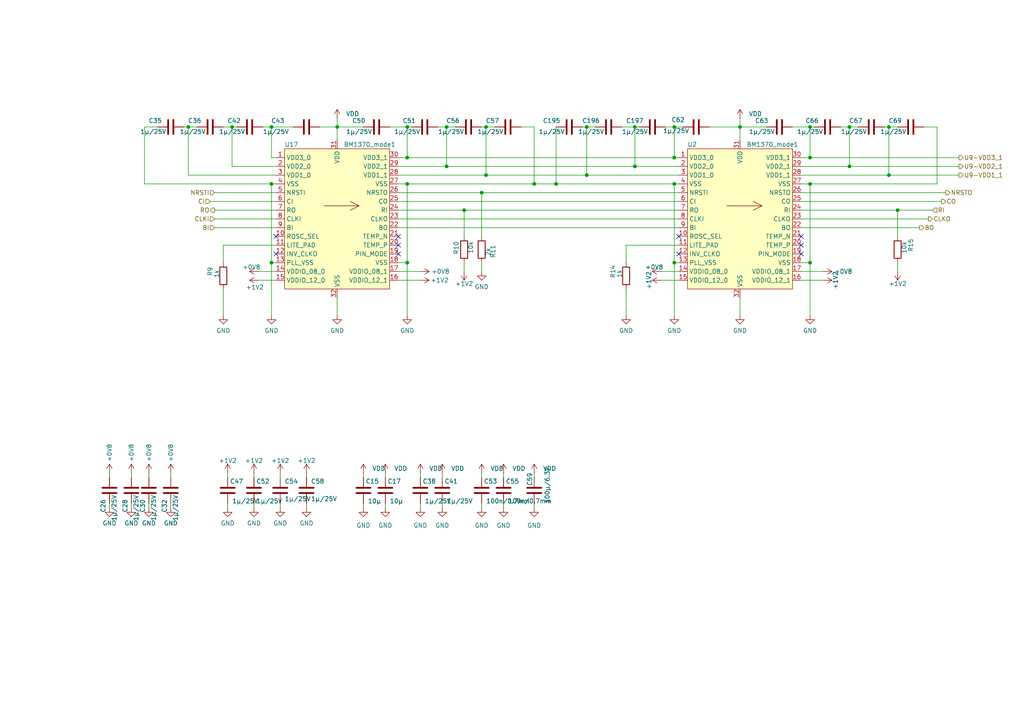
<source format=kicad_sch>
(kicad_sch (version 20231120) (generator "eeschema") (generator_version "8.0")
  (paper "A4")
  (lib_symbols
    (symbol "Device:C" (pin_numbers hide) (pin_names (offset 0.254))
      (property "Reference" "C" (at 0.635 2.54 0))
      (property "Value" "C" (at 0.635 -2.54 0))
      (symbol "C_0_1"
        (polyline (pts (xy -2.032 -0.762) (xy 2.032 -0.762)) (stroke (width 0.508)))
        (polyline (pts (xy -2.032 0.762) (xy 2.032 0.762)) (stroke (width 0.508)))
      )
      (symbol "C_1_1"
        (pin passive line (at 0 3.81 270) (length 2.794) (name "~") (number "1"))
        (pin passive line (at 0 -3.81 90) (length 2.794) (name "~") (number "2"))
      )
    )
    (symbol "Device:R" (pin_numbers hide) (pin_names (offset 0))
      (property "Reference" "R" (at 2.032 0 90))
      (property "Value" "R" (at 0 0 90))
      (symbol "R_0_1"
        (rectangle (start -1.016 -2.54) (end 1.016 2.54) (stroke (width 0.254)))
      )
      (symbol "R_1_1"
        (pin passive line (at 0 3.81 270) (length 1.27) (name "~") (number "1"))
        (pin passive line (at 0 -3.81 90) (length 1.27) (name "~") (number "2"))
      )
    )
    (symbol "GND_7" (power) (pin_names (offset 0))
      (property "Value" "GND_7" (at 0 -3.81 0))
      (symbol "GND_7_0_1"
        (polyline (pts (xy 0 0) (xy 0 -1.27) (xy 1.27 -1.27) (xy 0 -2.54) (xy -1.27 -1.27) (xy 0 -1.27)))
      )
      (symbol "GND_7_1_1"
        (pin power_in line (at 0 0 270) (length 0) hide (name "GND") (number "1"))
      )
    )
    (symbol "bitaxe:BM1370_mode1"
      (property "Reference" "U4" (at -15.24 21.59 0))
      (property "Value" "BM1370_mode1" (at 1.905 21.59 0))
      (symbol "BM1370_mode1_0_1"
        (rectangle (start -15.24 20.32) (end 15.24 -20.32) (fill (type background)))
        (polyline (pts (xy -3.81 3.81) (xy 6.35 3.81)))
        (polyline (pts (xy 3.81 2.54) (xy 6.35 3.81)))
        (polyline (pts (xy 3.81 5.08) (xy 6.35 3.81)))
      )
      (symbol "BM1370_mode1_1_1"
        (pin power_in line (at -17.78 17.78 0) (length 2.54) (name "VDD3_0") (number "1"))
        (pin unspecified line (at -17.78 -5.08 0) (length 2.54) (name "ROSC_SEL") (number "10"))
        (pin unspecified line (at -17.78 -7.62 0) (length 2.54) (name "LITE_PAD") (number "11"))
        (pin unspecified line (at -17.78 -10.16 0) (length 2.54) (name "INV_CLKO") (number "12"))
        (pin power_in line (at -17.78 -12.7 0) (length 2.54) (name "PLL_VSS") (number "13"))
        (pin power_in line (at -17.78 -15.24 0) (length 2.54) (name "VDDIO_08_0") (number "14"))
        (pin power_in line (at -17.78 -17.78 0) (length 2.54) (name "VDDIO_12_0") (number "15"))
        (pin power_in line (at 17.78 -17.78 180) (length 2.54) (name "VDDIO_12_1") (number "16"))
        (pin power_in line (at 17.78 -15.24 180) (length 2.54) (name "VDDIO_08_1") (number "17"))
        (pin power_in line (at 17.78 -12.7 180) (length 2.54) (name "VSS") (number "18"))
        (pin input line (at 17.78 -10.16 180) (length 2.54) (name "PIN_MODE") (number "19"))
        (pin power_in line (at -17.78 15.24 0) (length 2.54) (name "VDD2_0") (number "2"))
        (pin unspecified line (at 17.78 -7.62 180) (length 2.54) (name "TEMP_P") (number "20"))
        (pin unspecified line (at 17.78 -5.08 180) (length 2.54) (name "TEMP_N") (number "21"))
        (pin output line (at 17.78 -2.54 180) (length 2.54) (name "BO") (number "22"))
        (pin output line (at 17.78 0 180) (length 2.54) (name "CLKO") (number "23"))
        (pin input line (at 17.78 2.54 180) (length 2.54) (name "RI") (number "24"))
        (pin output line (at 17.78 5.08 180) (length 2.54) (name "CO") (number "25"))
        (pin output line (at 17.78 7.62 180) (length 2.54) (name "NRSTO") (number "26"))
        (pin power_in line (at 17.78 10.16 180) (length 2.54) (name "VSS") (number "27"))
        (pin power_in line (at 17.78 12.7 180) (length 2.54) (name "VDD1_1") (number "28"))
        (pin power_in line (at 17.78 15.24 180) (length 2.54) (name "VDD2_1") (number "29"))
        (pin power_in line (at -17.78 12.7 0) (length 2.54) (name "VDD1_0") (number "3"))
        (pin power_in line (at 17.78 17.78 180) (length 2.54) (name "VDD3_1") (number "30"))
        (pin power_in line (at 0 22.86 270) (length 2.54) (name "VDD") (number "31"))
        (pin power_in line (at 0 -22.86 90) (length 2.54) (name "VSS") (number "32"))
        (pin power_in line (at -17.78 10.16 0) (length 2.54) (name "VSS") (number "4"))
        (pin input line (at -17.78 7.62 0) (length 2.54) (name "NRSTI") (number "5"))
        (pin input line (at -17.78 5.08 0) (length 2.54) (name "CI") (number "6"))
        (pin output line (at -17.78 2.54 0) (length 2.54) (name "RO") (number "7"))
        (pin input line (at -17.78 0 0) (length 2.54) (name "CLKI") (number "8"))
        (pin input line (at -17.78 -2.54 0) (length 2.54) (name "BI") (number "9"))
      )
    )
    (symbol "mylib7:+0V8" (power) (exclude_from_sim yes) (in_bom no) (on_board no)
      (property "Value" "+0V8" (at 0 3.175 90))
      (symbol "+0V8_0_1"
        (polyline (pts (xy -0.762 1.27) (xy 0 2.54)))
        (polyline (pts (xy 0 0) (xy 0 2.54)))
        (polyline (pts (xy 0 2.54) (xy 0.762 1.27)))
      )
      (symbol "+0V8_1_1"
        (pin power_in line (at 0 0 90) (length 0) hide (name "+0V8") (number "1"))
      )
    )
    (symbol "power:+1V2" (power) (pin_numbers hide) (pin_names (offset 0) hide)
      (property "Value" "+1V2" (at 0 3.556 0))
      (symbol "+1V2_0_1"
        (polyline (pts (xy -0.762 1.27) (xy 0 2.54)))
        (polyline (pts (xy 0 0) (xy 0 2.54)))
        (polyline (pts (xy 0 2.54) (xy 0.762 1.27)))
      )
      (symbol "+1V2_1_1"
        (pin power_in line (at 0 0 90) (length 0) (name "~") (number "1"))
      )
    )
    (symbol "power:GND" (power) (pin_names (offset 0))
      (property "Value" "GND" (at 0 -3.81 0))
      (symbol "GND_0_1"
        (polyline (pts (xy 0 0) (xy 0 -1.27) (xy 1.27 -1.27) (xy 0 -2.54) (xy -1.27 -1.27) (xy 0 -1.27)))
      )
      (symbol "GND_1_1"
        (pin power_in line (at 0 0 270) (length 0) hide (name "GND") (number "1"))
      )
    )
    (symbol "power:VDD" (power) (pin_numbers hide) (pin_names (offset 0) hide)
      (property "Value" "VDD" (at 0 3.556 0))
      (symbol "VDD_0_1"
        (polyline (pts (xy -0.762 1.27) (xy 0 2.54)))
        (polyline (pts (xy 0 0) (xy 0 2.54)))
        (polyline (pts (xy 0 2.54) (xy 0.762 1.27)))
      )
      (symbol "VDD_1_1"
        (pin power_in line (at 0 0 90) (length 0) (name "~") (number "1"))
      )
    )
  )
  (junction (at 118.11 45.72))
  (junction (at 184.15 36.83))
  (junction (at 67.31 36.83))
  (junction (at 118.11 36.83))
  (junction (at 170.18 50.8))
  (junction (at 246.38 36.83))
  (junction (at 257.81 36.83))
  (junction (at 78.74 76.2))
  (junction (at 140.97 50.8))
  (junction (at 154.94 53.34))
  (junction (at 195.58 36.83))
  (junction (at 139.7 55.88))
  (junction (at 134.62 60.96))
  (junction (at 234.95 53.34))
  (junction (at 234.95 76.2))
  (junction (at 97.79 36.83))
  (junction (at 78.74 36.83))
  (junction (at 195.58 45.72))
  (junction (at 129.54 36.83))
  (junction (at 184.15 48.26))
  (junction (at 118.11 53.34))
  (junction (at 214.63 36.83))
  (junction (at 246.38 48.26))
  (junction (at 78.74 53.34))
  (junction (at 195.58 76.2))
  (junction (at 118.11 76.2))
  (junction (at 140.97 36.83))
  (junction (at 260.35 60.96))
  (junction (at 234.95 36.83))
  (junction (at 129.54 48.26))
  (junction (at 257.81 50.8))
  (junction (at 54.61 36.83))
  (junction (at 170.18 36.83))
  (junction (at 161.29 53.34))
  (junction (at 195.58 53.34))
  (junction (at 234.95 45.72))
  (no_connect (at 196.85 68.58))
  (no_connect (at 115.57 68.58))
  (no_connect (at 115.57 73.66))
  (no_connect (at 196.85 73.66))
  (no_connect (at 232.41 73.66))
  (no_connect (at 115.57 71.12))
  (no_connect (at 232.41 71.12))
  (no_connect (at 80.01 68.58))
  (no_connect (at 80.01 73.66))
  (no_connect (at 232.41 68.58))
  (wire (pts (xy 115.57 50.8) (xy 140.97 50.8)))
  (wire (pts (xy 139.7 146.05) (xy 139.7 147.32)))
  (wire (pts (xy 170.18 36.83) (xy 172.72 36.83)))
  (wire (pts (xy 260.35 60.96) (xy 260.35 68.58)))
  (wire (pts (xy 271.78 53.34) (xy 271.78 36.83)))
  (wire (pts (xy 196.85 53.34) (xy 195.58 53.34)))
  (wire (pts (xy 154.94 36.83) (xy 151.13 36.83)))
  (wire (pts (xy 234.95 53.34) (xy 234.95 76.2)))
  (wire (pts (xy 246.38 48.26) (xy 246.38 36.83)))
  (wire (pts (xy 74.93 81.28) (xy 80.01 81.28)))
  (wire (pts (xy 234.95 53.34) (xy 271.78 53.34)))
  (wire (pts (xy 181.61 71.12) (xy 196.85 71.12)))
  (wire (pts (xy 214.63 34.29) (xy 214.63 36.83)))
  (wire (pts (xy 88.9 146.05) (xy 88.9 147.32)))
  (wire (pts (xy 121.92 146.05) (xy 121.92 147.32)))
  (wire (pts (xy 234.95 36.83) (xy 236.22 36.83)))
  (wire (pts (xy 191.77 81.28) (xy 196.85 81.28)))
  (wire (pts (xy 260.35 76.2) (xy 260.35 78.74)))
  (wire (pts (xy 232.41 53.34) (xy 234.95 53.34)))
  (wire (pts (xy 134.62 60.96) (xy 196.85 60.96)))
  (wire (pts (xy 97.79 34.29) (xy 97.79 36.83)))
  (wire (pts (xy 198.12 36.83) (xy 195.58 36.83)))
  (wire (pts (xy 181.61 83.82) (xy 181.61 91.44)))
  (wire (pts (xy 195.58 76.2) (xy 195.58 91.44)))
  (wire (pts (xy 88.9 138.43) (xy 88.9 137.16)))
  (wire (pts (xy 97.79 86.36) (xy 97.79 91.44)))
  (wire (pts (xy 161.29 53.34) (xy 195.58 53.34)))
  (wire (pts (xy 154.94 53.34) (xy 154.94 36.83)))
  (wire (pts (xy 139.7 36.83) (xy 140.97 36.83)))
  (wire (pts (xy 118.11 53.34) (xy 154.94 53.34)))
  (wire (pts (xy 154.94 53.34) (xy 161.29 53.34)))
  (wire (pts (xy 118.11 76.2) (xy 118.11 91.44)))
  (wire (pts (xy 43.18 137.16) (xy 43.18 138.43)))
  (wire (pts (xy 78.74 76.2) (xy 78.74 91.44)))
  (wire (pts (xy 78.74 53.34) (xy 78.74 76.2)))
  (wire (pts (xy 78.74 53.34) (xy 41.91 53.34)))
  (wire (pts (xy 128.27 146.05) (xy 128.27 147.32)))
  (wire (pts (xy 49.53 137.16) (xy 49.53 138.43)))
  (wire (pts (xy 64.77 71.12) (xy 64.77 76.2)))
  (wire (pts (xy 67.31 36.83) (xy 68.58 36.83)))
  (wire (pts (xy 115.57 66.04) (xy 196.85 66.04)))
  (wire (pts (xy 128.27 137.16) (xy 128.27 138.43)))
  (wire (pts (xy 73.66 137.16) (xy 73.66 138.43)))
  (wire (pts (xy 134.62 60.96) (xy 134.62 68.58)))
  (wire (pts (xy 191.77 78.74) (xy 196.85 78.74)))
  (wire (pts (xy 97.79 36.83) (xy 97.79 40.64)))
  (wire (pts (xy 271.78 36.83) (xy 267.97 36.83)))
  (wire (pts (xy 113.03 36.83) (xy 118.11 36.83)))
  (wire (pts (xy 115.57 45.72) (xy 118.11 45.72)))
  (wire (pts (xy 234.95 45.72) (xy 234.95 36.83)))
  (wire (pts (xy 31.75 137.16) (xy 31.75 138.43)))
  (wire (pts (xy 41.91 53.34) (xy 41.91 36.83)))
  (wire (pts (xy 111.76 146.05) (xy 111.76 147.32)))
  (wire (pts (xy 246.38 48.26) (xy 278.13 48.26)))
  (wire (pts (xy 154.94 137.16) (xy 154.94 138.43)))
  (wire (pts (xy 170.18 50.8) (xy 196.85 50.8)))
  (wire (pts (xy 81.28 138.43) (xy 81.28 137.16)))
  (wire (pts (xy 129.54 48.26) (xy 129.54 36.83)))
  (wire (pts (xy 54.61 36.83) (xy 57.15 36.83)))
  (wire (pts (xy 115.57 78.74) (xy 121.92 78.74)))
  (wire (pts (xy 232.41 76.2) (xy 234.95 76.2)))
  (wire (pts (xy 78.74 36.83) (xy 85.09 36.83)))
  (wire (pts (xy 31.75 146.05) (xy 31.75 147.32)))
  (wire (pts (xy 184.15 36.83) (xy 184.15 48.26)))
  (wire (pts (xy 129.54 48.26) (xy 184.15 48.26)))
  (wire (pts (xy 64.77 71.12) (xy 80.01 71.12)))
  (wire (pts (xy 232.41 55.88) (xy 274.32 55.88)))
  (wire (pts (xy 269.24 63.5) (xy 232.41 63.5)))
  (wire (pts (xy 38.1 146.05) (xy 38.1 147.32)))
  (wire (pts (xy 54.61 50.8) (xy 80.01 50.8)))
  (wire (pts (xy 115.57 53.34) (xy 118.11 53.34)))
  (wire (pts (xy 54.61 50.8) (xy 54.61 36.83)))
  (wire (pts (xy 115.57 81.28) (xy 121.92 81.28)))
  (wire (pts (xy 38.1 137.16) (xy 38.1 138.43)))
  (wire (pts (xy 257.81 36.83) (xy 260.35 36.83)))
  (wire (pts (xy 181.61 71.12) (xy 181.61 76.2)))
  (wire (pts (xy 161.29 36.83) (xy 161.29 53.34)))
  (wire (pts (xy 234.95 45.72) (xy 278.13 45.72)))
  (wire (pts (xy 195.58 76.2) (xy 196.85 76.2)))
  (wire (pts (xy 256.54 36.83) (xy 257.81 36.83)))
  (wire (pts (xy 232.41 81.28) (xy 238.76 81.28)))
  (wire (pts (xy 180.34 36.83) (xy 184.15 36.83)))
  (wire (pts (xy 232.41 66.04) (xy 266.7 66.04)))
  (wire (pts (xy 146.05 137.16) (xy 146.05 138.43)))
  (wire (pts (xy 64.77 83.82) (xy 64.77 91.44)))
  (wire (pts (xy 214.63 36.83) (xy 222.25 36.83)))
  (wire (pts (xy 170.18 36.83) (xy 170.18 50.8)))
  (wire (pts (xy 62.23 63.5) (xy 80.01 63.5)))
  (wire (pts (xy 195.58 45.72) (xy 196.85 45.72)))
  (wire (pts (xy 140.97 36.83) (xy 143.51 36.83)))
  (wire (pts (xy 41.91 36.83) (xy 45.72 36.83)))
  (wire (pts (xy 195.58 53.34) (xy 195.58 76.2)))
  (wire (pts (xy 115.57 58.42) (xy 196.85 58.42)))
  (wire (pts (xy 127 36.83) (xy 129.54 36.83)))
  (wire (pts (xy 140.97 50.8) (xy 170.18 50.8)))
  (wire (pts (xy 232.41 48.26) (xy 246.38 48.26)))
  (wire (pts (xy 67.31 48.26) (xy 67.31 36.83)))
  (wire (pts (xy 115.57 48.26) (xy 129.54 48.26)))
  (wire (pts (xy 168.91 36.83) (xy 170.18 36.83)))
  (wire (pts (xy 115.57 60.96) (xy 134.62 60.96)))
  (wire (pts (xy 78.74 45.72) (xy 80.01 45.72)))
  (wire (pts (xy 139.7 76.2) (xy 139.7 78.74)))
  (wire (pts (xy 74.93 78.74) (xy 80.01 78.74)))
  (wire (pts (xy 43.18 146.05) (xy 43.18 147.32)))
  (wire (pts (xy 232.41 45.72) (xy 234.95 45.72)))
  (wire (pts (xy 205.74 36.83) (xy 214.63 36.83)))
  (wire (pts (xy 111.76 137.16) (xy 111.76 138.43)))
  (wire (pts (xy 62.23 66.04) (xy 80.01 66.04)))
  (wire (pts (xy 118.11 36.83) (xy 119.38 36.83)))
  (wire (pts (xy 64.77 36.83) (xy 67.31 36.83)))
  (wire (pts (xy 118.11 45.72) (xy 195.58 45.72)))
  (wire (pts (xy 214.63 86.36) (xy 214.63 91.44)))
  (wire (pts (xy 195.58 36.83) (xy 195.58 45.72)))
  (wire (pts (xy 257.81 50.8) (xy 278.13 50.8)))
  (wire (pts (xy 67.31 48.26) (xy 80.01 48.26)))
  (wire (pts (xy 105.41 137.16) (xy 105.41 138.43)))
  (wire (pts (xy 232.41 78.74) (xy 238.76 78.74)))
  (wire (pts (xy 92.71 36.83) (xy 97.79 36.83)))
  (wire (pts (xy 115.57 63.5) (xy 196.85 63.5)))
  (wire (pts (xy 62.23 60.96) (xy 80.01 60.96)))
  (wire (pts (xy 105.41 146.05) (xy 105.41 147.32)))
  (wire (pts (xy 140.97 50.8) (xy 140.97 36.83)))
  (wire (pts (xy 229.87 36.83) (xy 234.95 36.83)))
  (wire (pts (xy 73.66 146.05) (xy 73.66 147.32)))
  (wire (pts (xy 243.84 36.83) (xy 246.38 36.83)))
  (wire (pts (xy 134.62 76.2) (xy 134.62 78.74)))
  (wire (pts (xy 139.7 55.88) (xy 196.85 55.88)))
  (wire (pts (xy 234.95 76.2) (xy 234.95 91.44)))
  (wire (pts (xy 129.54 36.83) (xy 132.08 36.83)))
  (wire (pts (xy 53.34 36.83) (xy 54.61 36.83)))
  (wire (pts (xy 49.53 146.05) (xy 49.53 147.32)))
  (wire (pts (xy 214.63 36.83) (xy 214.63 40.64)))
  (wire (pts (xy 139.7 55.88) (xy 139.7 68.58)))
  (wire (pts (xy 78.74 76.2) (xy 80.01 76.2)))
  (wire (pts (xy 118.11 45.72) (xy 118.11 36.83)))
  (wire (pts (xy 232.41 60.96) (xy 260.35 60.96)))
  (wire (pts (xy 273.05 58.42) (xy 232.41 58.42)))
  (wire (pts (xy 66.04 146.05) (xy 66.04 147.32)))
  (wire (pts (xy 115.57 55.88) (xy 139.7 55.88)))
  (wire (pts (xy 184.15 36.83) (xy 185.42 36.83)))
  (wire (pts (xy 81.28 146.05) (xy 81.28 147.32)))
  (wire (pts (xy 257.81 50.8) (xy 257.81 36.83)))
  (wire (pts (xy 60.96 58.42) (xy 80.01 58.42)))
  (wire (pts (xy 139.7 137.16) (xy 139.7 138.43)))
  (wire (pts (xy 76.2 36.83) (xy 78.74 36.83)))
  (wire (pts (xy 115.57 76.2) (xy 118.11 76.2)))
  (wire (pts (xy 193.04 36.83) (xy 195.58 36.83)))
  (wire (pts (xy 121.92 137.16) (xy 121.92 138.43)))
  (wire (pts (xy 146.05 146.05) (xy 146.05 147.32)))
  (wire (pts (xy 232.41 50.8) (xy 257.81 50.8)))
  (wire (pts (xy 118.11 53.34) (xy 118.11 76.2)))
  (wire (pts (xy 184.15 48.26) (xy 196.85 48.26)))
  (wire (pts (xy 246.38 36.83) (xy 248.92 36.83)))
  (wire (pts (xy 260.35 60.96) (xy 270.51 60.96)))
  (wire (pts (xy 97.79 36.83) (xy 105.41 36.83)))
  (wire (pts (xy 66.04 137.16) (xy 66.04 138.43)))
  (wire (pts (xy 78.74 36.83) (xy 78.74 45.72)))
  (wire (pts (xy 80.01 53.34) (xy 78.74 53.34)))
  (wire (pts (xy 62.23 55.88) (xy 80.01 55.88)))
  (wire (pts (xy 154.94 146.05) (xy 154.94 147.32)))
  (hierarchical_label "NRSTO" (shape output) (at 274.32 55.88 0))
  (hierarchical_label "RI" (shape input) (at 270.51 60.96 0))
  (hierarchical_label "BI" (shape input) (at 62.23 66.04 180))
  (hierarchical_label "CLKO" (shape output) (at 269.24 63.5 0))
  (hierarchical_label "CI" (shape input) (at 60.96 58.42 180))
  (hierarchical_label "U9-VDD1_1" (shape output) (at 278.13 50.8 0))
  (hierarchical_label "BO" (shape output) (at 266.7 66.04 0))
  (hierarchical_label "CO" (shape output) (at 273.05 58.42 0))
  (hierarchical_label "RO" (shape output) (at 62.23 60.96 180))
  (hierarchical_label "NRSTI" (shape input) (at 62.23 55.88 180))
  (hierarchical_label "CLKI" (shape input) (at 62.23 63.5 180))
  (hierarchical_label "U9-VDD3_1" (shape output) (at 278.13 45.72 0))
  (hierarchical_label "U9-VDD2_1" (shape output) (at 278.13 48.26 0))
  (symbol (lib_id "power:VDD") (at 139.7 137.16 0) (unit 1)
    (property "Reference" "#PWR089" (effects (hide yes)))
    (property "Value" "VDD" (at 142.24 135.8899 0) (effects (justify left)))
    (property "Description" "Power symbol creates a global label with name \"VDD\"" (effects (hide yes)))
  )
  (symbol (lib_id "Device:C") (at 123.19 36.83 90) (unit 1)
    (property "Reference" "C51" (at 120.65 34.29 90) (effects (justify left bottom)))
    (property "Value" "1µ/25V" (at 121.92 37.465 90) (effects (justify left bottom)))
    (property "Footprint" "Capacitor_SMD:C_0805_2012Metric" (effects (hide yes)))
    (property "Description" "CAP CER 1UF 25V X7R 0805" (effects (hide yes)))
    (property "Distributor" "D" (effects (hide yes)))
    (property "Manufacturer" "CL21B105KAFNNNE" (effects (hide yes)))
    (property "OrderNr" "1276-1066-1-ND" (effects (hide yes)))
  )
  (symbol (lib_id "power:GND") (at 64.77 91.44 0) (mirror y) (unit 1)
    (property "Reference" "#PWR091" (effects (hide yes)))
    (property "Value" "GND" (at 64.77 95.885 0))
  )
  (symbol (lib_id "Device:C") (at 121.92 142.24 0) (unit 1)
    (property "Reference" "C38" (at 122.555 140.335 0) (effects (justify left bottom)))
    (property "Value" "1µ/25V" (at 123.19 146.05 0) (effects (justify left bottom)))
    (property "Footprint" "Capacitor_SMD:C_0805_2012Metric" (effects (hide yes)))
    (property "Description" "CAP CER 1UF 25V X7R 0805" (effects (hide yes)))
    (property "Distributor" "D" (effects (hide yes)))
    (property "Manufacturer" "CL21B105KAFNNNE" (effects (hide yes)))
    (property "OrderNr" "1276-1066-1-ND" (effects (hide yes)))
  )
  (symbol (lib_id "power:+1V2") (at 88.9 137.16 0) (unit 1)
    (property "Reference" "#PWR099" (effects (hide yes)))
    (property "Value" "+1V2" (at 88.9 133.604 0))
    (property "Description" "Power symbol creates a global label with name \"+1V2\"" (effects (hide yes)))
  )
  (symbol (lib_id "power:+1V2") (at 81.28 137.16 0) (unit 1)
    (property "Reference" "#PWR093" (effects (hide yes)))
    (property "Value" "+1V2" (at 81.28 133.604 0))
    (property "Description" "Power symbol creates a global label with name \"+1V2\"" (effects (hide yes)))
  )
  (symbol (lib_id "Device:C") (at 165.1 36.83 90) (unit 1)
    (property "Reference" "C195" (at 162.56 34.29 90) (effects (justify left bottom)))
    (property "Value" "1µ/25V" (at 163.83 37.465 90) (effects (justify left bottom)))
    (property "Footprint" "Capacitor_SMD:C_0805_2012Metric" (effects (hide yes)))
    (property "Description" "CAP CER 1UF 25V X7R 0805" (effects (hide yes)))
    (property "Distributor" "D" (effects (hide yes)))
    (property "Manufacturer" "CL21B105KAFNNNE" (effects (hide yes)))
    (property "OrderNr" "1276-1066-1-ND" (effects (hide yes)))
  )
  (symbol (lib_id "Device:C") (at 264.16 36.83 90) (unit 1)
    (property "Reference" "C69" (at 261.62 34.29 90) (effects (justify left bottom)))
    (property "Value" "1µ/25V" (at 262.89 37.465 90) (effects (justify left bottom)))
    (property "Footprint" "Capacitor_SMD:C_0805_2012Metric" (effects (hide yes)))
    (property "Description" "CAP CER 1UF 25V X7R 0805" (effects (hide yes)))
    (property "Distributor" "D" (effects (hide yes)))
    (property "Manufacturer" "CL21B105KAFNNNE" (effects (hide yes)))
    (property "OrderNr" "1276-1066-1-ND" (effects (hide yes)))
  )
  (symbol (lib_id "power:GND") (at 139.7 78.74 0) (mirror y) (unit 1)
    (property "Reference" "#PWR0117" (effects (hide yes)))
    (property "Value" "GND" (at 139.7 83.185 0))
  )
  (symbol (lib_id "power:+1V2") (at 134.62 78.74 180) (unit 1)
    (property "Reference" "#PWR0110" (effects (hide yes)))
    (property "Value" "+1V2" (at 134.62 82.296 0))
    (property "Description" "Power symbol creates a global label with name \"+1V2\"" (effects (hide yes)))
  )
  (symbol (lib_id "Device:C") (at 66.04 142.24 0) (unit 1)
    (property "Reference" "C47" (at 66.675 140.335 0) (effects (justify left bottom)))
    (property "Value" "1µ/25V" (at 67.31 146.05 0) (effects (justify left bottom)))
    (property "Footprint" "Capacitor_SMD:C_0805_2012Metric" (effects (hide yes)))
    (property "Description" "CAP CER 1UF 25V X7R 0805" (effects (hide yes)))
    (property "Distributor" "D" (effects (hide yes)))
    (property "Manufacturer" "CL21B105KAFNNNE" (effects (hide yes)))
    (property "OrderNr" "1276-1066-1-ND" (effects (hide yes)))
  )
  (symbol (lib_id "power:+1V2") (at 73.66 137.16 0) (unit 1)
    (property "Reference" "#PWR087" (effects (hide yes)))
    (property "Value" "+1V2" (at 73.66 133.604 0))
    (property "Description" "Power symbol creates a global label with name \"+1V2\"" (effects (hide yes)))
  )
  (symbol (lib_id "bitaxe:BM1370_mode1") (at 214.63 63.5 0) (unit 1)
    (property "Reference" "U2" (at 199.39 41.91 0) (effects (justify left)))
    (property "Value" "BM1370_mode1" (at 216.535 41.91 0) (effects (justify left)))
    (property "Footprint" "Nerd8:BM1370" (effects (hide yes)))
    (property "Manufacturer" "BM1370 BITMAIN" (effects (hide yes)))
    (property "OrderNr" "-" (effects (hide yes)))
  )
  (symbol (lib_id "bitaxe:BM1370_mode1") (at 97.79 63.5 0) (unit 1)
    (property "Reference" "U17" (at 82.55 41.91 0) (effects (justify left)))
    (property "Value" "BM1370_mode1" (at 99.695 41.91 0) (effects (justify left)))
    (property "Footprint" "Nerd8:BM1370" (effects (hide yes)))
    (property "Manufacturer" "BM1370 BITMAIN" (effects (hide yes)))
    (property "OrderNr" "-" (effects (hide yes)))
  )
  (symbol (lib_id "mylib7:+0V8") (at 38.1 137.16 0) (unit 1)
    (property "Reference" "#U03" (effects (hide yes)))
    (property "Value" "+0V8" (at 38.1 133.985 90) (effects (justify left)))
    (property "Distributor" "-" (effects (hide yes)))
  )
  (symbol (lib_id "Device:C") (at 88.9 142.24 0) (unit 1)
    (property "Reference" "C58" (at 90.17 140.335 0) (effects (justify left bottom)))
    (property "Value" "1µ/25V" (at 90.17 145.415 0) (effects (justify left bottom)))
    (property "Footprint" "Capacitor_SMD:C_0805_2012Metric" (effects (hide yes)))
    (property "Description" "CAP CER 1UF 25V X7R 0805" (effects (hide yes)))
    (property "Distributor" "D" (effects (hide yes)))
    (property "Manufacturer" "CL21B105KAFNNNE" (effects (hide yes)))
    (property "OrderNr" "1276-1066-1-ND" (effects (hide yes)))
  )
  (symbol (lib_id "power:VDD") (at 214.63 34.29 0) (unit 1)
    (property "Reference" "#PWR0121" (effects (hide yes)))
    (property "Value" "VDD" (at 217.17 33.0199 0) (effects (justify left)))
    (property "Description" "Power symbol creates a global label with name \"VDD\"" (effects (hide yes)))
  )
  (symbol (lib_id "power:VDD") (at 128.27 137.16 0) (unit 1)
    (property "Reference" "#PWR076" (effects (hide yes)))
    (property "Value" "VDD" (at 130.81 135.8899 0) (effects (justify left)))
    (property "Description" "Power symbol creates a global label with name \"VDD\"" (effects (hide yes)))
  )
  (symbol (lib_id "Device:C") (at 109.22 36.83 90) (unit 1)
    (property "Reference" "C50" (at 106.045 34.29 90) (effects (justify left bottom)))
    (property "Value" "1µ/25V" (at 107.95 37.465 90) (effects (justify left bottom)))
    (property "Footprint" "Capacitor_SMD:C_0805_2012Metric" (effects (hide yes)))
    (property "Description" "CAP CER 1UF 25V X7R 0805" (effects (hide yes)))
    (property "Distributor" "D" (effects (hide yes)))
    (property "Manufacturer" "CL21B105KAFNNNE" (effects (hide yes)))
    (property "OrderNr" "1276-1066-1-ND" (effects (hide yes)))
  )
  (symbol (lib_id "power:+1V2") (at 121.92 81.28 270) (unit 1)
    (property "Reference" "#PWR0109" (effects (hide yes)))
    (property "Value" "+1V2" (at 127.508 81.28 90))
    (property "Description" "Power symbol creates a global label with name \"+1V2\"" (effects (hide yes)))
  )
  (symbol (lib_id "power:GND") (at 195.58 91.44 0) (mirror y) (unit 1)
    (property "Reference" "#PWR0120" (effects (hide yes)))
    (property "Value" "GND" (at 195.58 95.885 0))
  )
  (symbol (lib_id "Device:R") (at 260.35 72.39 0) (unit 1)
    (property "Reference" "R15" (at 264.16 71.12 90))
    (property "Value" "10k" (at 262.255 71.755 90))
    (property "Footprint" "Resistor_SMD:R_0805_2012Metric" (effects (hide yes)))
    (property "Description" "RES 10K OHM 1% 1/8W 0805" (effects (hide yes)))
    (property "Distributor" "D" (effects (hide yes)))
    (property "Manufacturer" "RMCF0805FT10K0" (effects (hide yes)))
    (property "OrderNr" "RMCF0805FT10K0CT-ND" (effects (hide yes)))
  )
  (symbol (lib_name "GND_7") (lib_id "power:GND") (at 121.92 147.32 0) (unit 1)
    (property "Reference" "#PWR073" (effects (hide yes)))
    (property "Value" "GND" (at 121.92 152.4 0))
  )
  (symbol (lib_id "power:GND") (at 78.74 91.44 0) (mirror y) (unit 1)
    (property "Reference" "#PWR095" (effects (hide yes)))
    (property "Value" "GND" (at 78.74 95.885 0))
  )
  (symbol (lib_id "Device:C") (at 240.03 36.83 90) (unit 1)
    (property "Reference" "C66" (at 237.49 34.29 90) (effects (justify left bottom)))
    (property "Value" "1µ/25V" (at 238.76 37.465 90) (effects (justify left bottom)))
    (property "Footprint" "Capacitor_SMD:C_0805_2012Metric" (effects (hide yes)))
    (property "Description" "CAP CER 1UF 25V X7R 0805" (effects (hide yes)))
    (property "Distributor" "D" (effects (hide yes)))
    (property "Manufacturer" "CL21B105KAFNNNE" (effects (hide yes)))
    (property "OrderNr" "1276-1066-1-ND" (effects (hide yes)))
  )
  (symbol (lib_id "mylib7:+0V8") (at 74.93 78.74 90) (unit 1)
    (property "Reference" "#U010" (effects (hide yes)))
    (property "Value" "+0V8" (at 75.565 77.47 90) (effects (justify left)))
    (property "Distributor" "-" (effects (hide yes)))
  )
  (symbol (lib_id "power:+1V2") (at 74.93 81.28 90) (unit 1)
    (property "Reference" "#PWR092" (effects (hide yes)))
    (property "Value" "+1V2" (at 73.914 83.312 90))
    (property "Description" "Power symbol creates a global label with name \"+1V2\"" (effects (hide yes)))
  )
  (symbol (lib_id "power:VDD") (at 105.41 137.16 0) (unit 1)
    (property "Reference" "#PWR037" (effects (hide yes)))
    (property "Value" "VDD" (at 107.95 135.8899 0) (effects (justify left)))
    (property "Description" "Power symbol creates a global label with name \"VDD\"" (effects (hide yes)))
  )
  (symbol (lib_id "power:GND") (at 43.18 147.32 0) (mirror y) (unit 1)
    (property "Reference" "#PWR064" (effects (hide yes)))
    (property "Value" "GND" (at 43.18 151.765 0))
  )
  (symbol (lib_id "Device:C") (at 73.66 142.24 0) (unit 1)
    (property "Reference" "C52" (at 74.295 140.335 0) (effects (justify left bottom)))
    (property "Value" "1µ/25V" (at 74.295 146.05 0) (effects (justify left bottom)))
    (property "Footprint" "Capacitor_SMD:C_0805_2012Metric" (effects (hide yes)))
    (property "Description" "CAP CER 1UF 25V X7R 0805" (effects (hide yes)))
    (property "Distributor" "D" (effects (hide yes)))
    (property "Manufacturer" "CL21B105KAFNNNE" (effects (hide yes)))
    (property "OrderNr" "1276-1066-1-ND" (effects (hide yes)))
  )
  (symbol (lib_id "power:VDD") (at 121.92 137.16 0) (unit 1)
    (property "Reference" "#PWR072" (effects (hide yes)))
    (property "Value" "VDD" (at 124.46 135.8899 0) (effects (justify left)))
    (property "Description" "Power symbol creates a global label with name \"VDD\"" (effects (hide yes)))
  )
  (symbol (lib_id "power:GND") (at 73.66 147.32 0) (mirror y) (unit 1)
    (property "Reference" "#PWR088" (effects (hide yes)))
    (property "Value" "GND" (at 73.66 151.765 0))
  )
  (symbol (lib_id "power:VDD") (at 154.94 137.16 0) (unit 1)
    (property "Reference" "#PWR0101" (effects (hide yes)))
    (property "Value" "VDD" (at 157.48 135.8899 0) (effects (justify left)))
    (property "Description" "Power symbol creates a global label with name \"VDD\"" (effects (hide yes)))
  )
  (symbol (lib_id "Device:C") (at 176.53 36.83 90) (unit 1)
    (property "Reference" "C196" (at 173.99 34.29 90) (effects (justify left bottom)))
    (property "Value" "1µ/25V" (at 175.26 37.465 90) (effects (justify left bottom)))
    (property "Footprint" "Capacitor_SMD:C_0805_2012Metric" (effects (hide yes)))
    (property "Description" "CAP CER 1UF 25V X7R 0805" (effects (hide yes)))
    (property "Distributor" "D" (effects (hide yes)))
    (property "Manufacturer" "CL21B105KAFNNNE" (effects (hide yes)))
    (property "OrderNr" "1276-1066-1-ND" (effects (hide yes)))
  )
  (symbol (lib_id "power:VDD") (at 97.79 34.29 0) (unit 1)
    (property "Reference" "#PWR096" (effects (hide yes)))
    (property "Value" "VDD" (at 100.33 33.0199 0) (effects (justify left)))
    (property "Description" "Power symbol creates a global label with name \"VDD\"" (effects (hide yes)))
  )
  (symbol (lib_name "GND_7") (lib_id "power:GND") (at 105.41 147.32 0) (unit 1)
    (property "Reference" "#PWR038" (effects (hide yes)))
    (property "Value" "GND" (at 105.41 152.4 0))
  )
  (symbol (lib_id "Device:C") (at 135.89 36.83 90) (unit 1)
    (property "Reference" "C56" (at 133.35 34.29 90) (effects (justify left bottom)))
    (property "Value" "1µ/25V" (at 134.62 37.465 90) (effects (justify left bottom)))
    (property "Footprint" "Capacitor_SMD:C_0805_2012Metric" (effects (hide yes)))
    (property "Description" "CAP CER 1UF 25V X7R 0805" (effects (hide yes)))
    (property "Distributor" "D" (effects (hide yes)))
    (property "Manufacturer" "CL21B105KAFNNNE" (effects (hide yes)))
    (property "OrderNr" "1276-1066-1-ND" (effects (hide yes)))
  )
  (symbol (lib_name "GND_7") (lib_id "power:GND") (at 146.05 147.32 0) (unit 1)
    (property "Reference" "#PWR098" (effects (hide yes)))
    (property "Value" "GND" (at 146.05 152.4 0))
  )
  (symbol (lib_id "Device:C") (at 189.23 36.83 90) (unit 1)
    (property "Reference" "C197" (at 186.69 34.29 90) (effects (justify left bottom)))
    (property "Value" "1µ/25V" (at 187.96 37.465 90) (effects (justify left bottom)))
    (property "Footprint" "Capacitor_SMD:C_0805_2012Metric" (effects (hide yes)))
    (property "Description" "CAP CER 1UF 25V X7R 0805" (effects (hide yes)))
    (property "Distributor" "D" (effects (hide yes)))
    (property "Manufacturer" "CL21B105KAFNNNE" (effects (hide yes)))
    (property "OrderNr" "1276-1066-1-ND" (effects (hide yes)))
  )
  (symbol (lib_id "power:GND") (at 81.28 147.32 0) (mirror y) (unit 1)
    (property "Reference" "#PWR094" (effects (hide yes)))
    (property "Value" "GND" (at 81.28 151.765 0))
  )
  (symbol (lib_id "Device:C") (at 43.18 142.24 180) (unit 1)
    (property "Reference" "C30" (at 40.64 144.78 90) (effects (justify left bottom)))
    (property "Value" "1µ/25V" (at 43.815 143.51 90) (effects (justify left bottom)))
    (property "Footprint" "Capacitor_SMD:C_0805_2012Metric" (effects (hide yes)))
    (property "Description" "CAP CER 1UF 25V X7R 0805" (effects (hide yes)))
    (property "Distributor" "D" (effects (hide yes)))
    (property "Manufacturer" "CL21B105KAFNNNE" (effects (hide yes)))
    (property "OrderNr" "1276-1066-1-ND" (effects (hide yes)))
  )
  (symbol (lib_id "Device:C") (at 49.53 36.83 90) (unit 1)
    (property "Reference" "C35" (at 46.99 34.29 90) (effects (justify left bottom)))
    (property "Value" "1µ/25V" (at 48.26 37.465 90) (effects (justify left bottom)))
    (property "Footprint" "Capacitor_SMD:C_0805_2012Metric" (effects (hide yes)))
    (property "Description" "CAP CER 1UF 25V X7R 0805" (effects (hide yes)))
    (property "Distributor" "D" (effects (hide yes)))
    (property "Manufacturer" "CL21B105KAFNNNE" (effects (hide yes)))
    (property "OrderNr" "1276-1066-1-ND" (effects (hide yes)))
  )
  (symbol (lib_id "mylib7:+0V8") (at 191.77 78.74 90) (unit 1)
    (property "Reference" "#U012" (effects (hide yes)))
    (property "Value" "+0V8" (at 192.405 77.47 90) (effects (justify left)))
    (property "Distributor" "-" (effects (hide yes)))
  )
  (symbol (lib_id "power:+1V2") (at 260.35 78.74 180) (unit 1)
    (property "Reference" "#PWR0125" (effects (hide yes)))
    (property "Value" "+1V2" (at 260.35 82.296 0))
    (property "Description" "Power symbol creates a global label with name \"+1V2\"" (effects (hide yes)))
  )
  (symbol (lib_id "Device:C") (at 111.76 142.24 0) (unit 1)
    (property "Reference" "C17" (at 112.395 140.335 0) (effects (justify left bottom)))
    (property "Value" "10µ" (at 113.03 146.05 0) (effects (justify left bottom)))
    (property "Footprint" "Capacitor_SMD:C_0805_2012Metric" (effects (hide yes)))
    (property "Description" "CAP CER 10UF 25V X5R 0805" (effects (hide yes)))
    (property "Distributor" "D" (effects (hide yes)))
    (property "Manufacturer" "C2012X5R1E106K125AB" (effects (hide yes)))
    (property "OrderNr" "445-5984-1-ND" (effects (hide yes)))
  )
  (symbol (lib_id "power:+1V2") (at 191.77 81.28 90) (unit 1)
    (property "Reference" "#PWR0119" (effects (hide yes)))
    (property "Value" "+1V2" (at 188.214 81.28 0))
    (property "Description" "Power symbol creates a global label with name \"+1V2\"" (effects (hide yes)))
  )
  (symbol (lib_id "mylib7:+0V8") (at 43.18 137.16 0) (unit 1)
    (property "Reference" "#U04" (effects (hide yes)))
    (property "Value" "+0V8" (at 43.18 133.985 90) (effects (justify left)))
    (property "Distributor" "-" (effects (hide yes)))
  )
  (symbol (lib_id "Device:C") (at 201.93 36.83 90) (unit 1)
    (property "Reference" "C62" (at 198.628 34.036 90) (effects (justify left bottom)))
    (property "Value" "1µ/25V" (at 199.898 37.211 90) (effects (justify left bottom)))
    (property "Footprint" "Capacitor_SMD:C_0805_2012Metric" (effects (hide yes)))
    (property "Description" "CAP CER 1UF 25V X7R 0805" (effects (hide yes)))
    (property "Distributor" "D" (effects (hide yes)))
    (property "Manufacturer" "CL21B105KAFNNNE" (effects (hide yes)))
    (property "OrderNr" "1276-1066-1-ND" (effects (hide yes)))
  )
  (symbol (lib_id "Device:C") (at 60.96 36.83 90) (unit 1)
    (property "Reference" "C36" (at 58.42 34.29 90) (effects (justify left bottom)))
    (property "Value" "1µ/25V" (at 59.69 37.465 90) (effects (justify left bottom)))
    (property "Footprint" "Capacitor_SMD:C_0805_2012Metric" (effects (hide yes)))
    (property "Description" "CAP CER 1UF 25V X7R 0805" (effects (hide yes)))
    (property "Distributor" "D" (effects (hide yes)))
    (property "Manufacturer" "CL21B105KAFNNNE" (effects (hide yes)))
    (property "OrderNr" "1276-1066-1-ND" (effects (hide yes)))
  )
  (symbol (lib_id "Device:C") (at 147.32 36.83 90) (unit 1)
    (property "Reference" "C57" (at 144.78 34.29 90) (effects (justify left bottom)))
    (property "Value" "1µ/25V" (at 146.05 37.465 90) (effects (justify left bottom)))
    (property "Footprint" "Capacitor_SMD:C_0805_2012Metric" (effects (hide yes)))
    (property "Description" "CAP CER 1UF 25V X7R 0805" (effects (hide yes)))
    (property "Distributor" "D" (effects (hide yes)))
    (property "Manufacturer" "CL21B105KAFNNNE" (effects (hide yes)))
    (property "OrderNr" "1276-1066-1-ND" (effects (hide yes)))
  )
  (symbol (lib_id "power:GND") (at 31.75 147.32 0) (mirror y) (unit 1)
    (property "Reference" "#PWR056" (effects (hide yes)))
    (property "Value" "GND" (at 31.75 151.765 0))
  )
  (symbol (lib_name "GND_7") (lib_id "power:GND") (at 128.27 147.32 0) (unit 1)
    (property "Reference" "#PWR077" (effects (hide yes)))
    (property "Value" "GND" (at 128.27 152.4 0))
  )
  (symbol (lib_id "mylib7:+0V8") (at 31.75 137.16 0) (unit 1)
    (property "Reference" "#U01" (effects (hide yes)))
    (property "Value" "+0V8" (at 31.75 133.985 90) (effects (justify left)))
    (property "Distributor" "-" (effects (hide yes)))
  )
  (symbol (lib_id "Device:R") (at 64.77 80.01 0) (mirror y) (unit 1)
    (property "Reference" "R9" (at 60.96 78.74 90))
    (property "Value" "1k" (at 62.865 79.375 90))
    (property "Footprint" "Resistor_SMD:R_0805_2012Metric" (effects (hide yes)))
    (property "Description" "RES 1K OHM 1% 1/4W 0805" (effects (hide yes)))
    (property "Distributor" "D" (effects (hide yes)))
    (property "Manufacturer" "RNCP0805FTD1K00" (effects (hide yes)))
    (property "OrderNr" "RNCP0805FTD1K00CT-ND" (effects (hide yes)))
  )
  (symbol (lib_id "mylib7:+0V8") (at 121.92 78.74 270) (unit 1)
    (property "Reference" "#U011" (effects (hide yes)))
    (property "Value" "+0V8" (at 125.095 78.74 90) (effects (justify left)))
    (property "Distributor" "-" (effects (hide yes)))
  )
  (symbol (lib_id "Device:C") (at 31.75 142.24 180) (unit 1)
    (property "Reference" "C26" (at 29.21 144.78 90) (effects (justify left bottom)))
    (property "Value" "1µ/25V" (at 32.385 143.51 90) (effects (justify left bottom)))
    (property "Footprint" "Capacitor_SMD:C_0805_2012Metric" (effects (hide yes)))
    (property "Description" "CAP CER 1UF 25V X7R 0805" (effects (hide yes)))
    (property "Distributor" "D" (effects (hide yes)))
    (property "Manufacturer" "CL21B105KAFNNNE" (effects (hide yes)))
    (property "OrderNr" "1276-1066-1-ND" (effects (hide yes)))
  )
  (symbol (lib_id "Device:C") (at 38.1 142.24 180) (unit 1)
    (property "Reference" "C28" (at 35.56 144.78 90) (effects (justify left bottom)))
    (property "Value" "1µ/25V" (at 38.735 143.51 90) (effects (justify left bottom)))
    (property "Footprint" "Capacitor_SMD:C_0805_2012Metric" (effects (hide yes)))
    (property "Description" "CAP CER 1UF 25V X7R 0805" (effects (hide yes)))
    (property "Distributor" "D" (effects (hide yes)))
    (property "Manufacturer" "CL21B105KAFNNNE" (effects (hide yes)))
    (property "OrderNr" "1276-1066-1-ND" (effects (hide yes)))
  )
  (symbol (lib_id "power:GND") (at 118.11 91.44 0) (mirror y) (unit 1)
    (property "Reference" "#PWR0108" (effects (hide yes)))
    (property "Value" "GND" (at 118.11 95.885 0))
  )
  (symbol (lib_id "power:GND") (at 214.63 91.44 0) (mirror y) (unit 1)
    (property "Reference" "#PWR0122" (effects (hide yes)))
    (property "Value" "GND" (at 214.63 95.885 0))
  )
  (symbol (lib_id "Device:C") (at 146.05 142.24 0) (unit 1)
    (property "Reference" "C55" (at 146.685 140.335 0) (effects (justify left bottom)))
    (property "Value" "100n/0.7mm" (at 147.32 146.05 0) (effects (justify left bottom)))
    (property "Footprint" "Capacitor_SMD:C_0805_2012Metric" (effects (hide yes)))
    (property "Description" "CAP CER 0.1UF 50V X7R 0805" (effects (hide yes)))
    (property "Distributor" "D" (effects (hide yes)))
    (property "Manufacturer" "AC0805KRX7R9BB104" (effects (hide yes)))
    (property "OrderNr" "311-3037-1-ND" (effects (hide yes)))
  )
  (symbol (lib_id "Device:C") (at 49.53 142.24 180) (unit 1)
    (property "Reference" "C32" (at 46.99 144.78 90) (effects (justify left bottom)))
    (property "Value" "1µ/25V" (at 50.165 143.51 90) (effects (justify left bottom)))
    (property "Footprint" "Capacitor_SMD:C_0805_2012Metric" (effects (hide yes)))
    (property "Description" "CAP CER 1UF 25V X7R 0805" (effects (hide yes)))
    (property "Distributor" "D" (effects (hide yes)))
    (property "Manufacturer" "CL21B105KAFNNNE" (effects (hide yes)))
    (property "OrderNr" "1276-1066-1-ND" (effects (hide yes)))
  )
  (symbol (lib_name "GND_7") (lib_id "power:GND") (at 111.76 147.32 0) (unit 1)
    (property "Reference" "#PWR040" (effects (hide yes)))
    (property "Value" "GND" (at 111.76 152.4 0))
  )
  (symbol (lib_id "power:GND") (at 66.04 147.32 0) (mirror y) (unit 1)
    (property "Reference" "#PWR084" (effects (hide yes)))
    (property "Value" "GND" (at 66.04 151.765 0))
  )
  (symbol (lib_id "power:+1V2") (at 66.04 137.16 0) (unit 1)
    (property "Reference" "#PWR081" (effects (hide yes)))
    (property "Value" "+1V2" (at 66.04 133.604 0))
    (property "Description" "Power symbol creates a global label with name \"+1V2\"" (effects (hide yes)))
  )
  (symbol (lib_id "Device:R") (at 181.61 80.01 0) (mirror y) (unit 1)
    (property "Reference" "R14" (at 177.8 78.74 90))
    (property "Value" "1k" (at 179.705 79.375 90))
    (property "Footprint" "Resistor_SMD:R_0805_2012Metric" (effects (hide yes)))
    (property "Description" "RES 1K OHM 1% 1/4W 0805" (effects (hide yes)))
    (property "Distributor" "D" (effects (hide yes)))
    (property "Manufacturer" "RNCP0805FTD1K00" (effects (hide yes)))
    (property "OrderNr" "RNCP0805FTD1K00CT-ND" (effects (hide yes)))
  )
  (symbol (lib_id "Device:C") (at 88.9 36.83 90) (unit 1)
    (property "Reference" "C43" (at 82.55 34.29 90) (effects (justify left bottom)))
    (property "Value" "1µ/25V" (at 83.82 37.465 90) (effects (justify left bottom)))
    (property "Footprint" "Capacitor_SMD:C_0805_2012Metric" (effects (hide yes)))
    (property "Description" "CAP CER 1UF 25V X7R 0805" (effects (hide yes)))
    (property "Distributor" "D" (effects (hide yes)))
    (property "Manufacturer" "CL21B105KAFNNNE" (effects (hide yes)))
    (property "OrderNr" "1276-1066-1-ND" (effects (hide yes)))
  )
  (symbol (lib_id "power:GND") (at 97.79 91.44 0) (mirror y) (unit 1)
    (property "Reference" "#PWR0107" (effects (hide yes)))
    (property "Value" "GND" (at 97.79 95.885 0))
  )
  (symbol (lib_id "Device:R") (at 134.62 72.39 0) (unit 1)
    (property "Reference" "R10" (at 132.334 71.882 90))
    (property "Value" "10k" (at 136.525 71.755 90))
    (property "Footprint" "Resistor_SMD:R_0805_2012Metric" (effects (hide yes)))
    (property "Description" "RES 10K OHM 1% 1/8W 0805" (effects (hide yes)))
    (property "Distributor" "D" (effects (hide yes)))
    (property "Manufacturer" "RMCF0805FT10K0" (effects (hide yes)))
    (property "OrderNr" "RMCF0805FT10K0CT-ND" (effects (hide yes)))
  )
  (symbol (lib_id "power:GND") (at 49.53 147.32 0) (mirror y) (unit 1)
    (property "Reference" "#PWR067" (effects (hide yes)))
    (property "Value" "GND" (at 49.53 151.765 0))
  )
  (symbol (lib_id "Device:C") (at 128.27 142.24 0) (unit 1)
    (property "Reference" "C41" (at 128.905 140.335 0) (effects (justify left bottom)))
    (property "Value" "1µ/25V" (at 129.54 146.05 0) (effects (justify left bottom)))
    (property "Footprint" "Capacitor_SMD:C_0805_2012Metric" (effects (hide yes)))
    (property "Description" "CAP CER 1UF 25V X7R 0805" (effects (hide yes)))
    (property "Distributor" "D" (effects (hide yes)))
    (property "Manufacturer" "CL21B105KAFNNNE" (effects (hide yes)))
    (property "OrderNr" "1276-1066-1-ND" (effects (hide yes)))
  )
  (symbol (lib_id "power:GND") (at 38.1 147.32 0) (mirror y) (unit 1)
    (property "Reference" "#PWR059" (effects (hide yes)))
    (property "Value" "GND" (at 38.1 151.765 0))
  )
  (symbol (lib_id "Device:C") (at 226.06 36.83 90) (unit 1)
    (property "Reference" "C63" (at 222.885 34.29 90) (effects (justify left bottom)))
    (property "Value" "1µ/25V" (at 224.79 37.465 90) (effects (justify left bottom)))
    (property "Footprint" "Capacitor_SMD:C_0805_2012Metric" (effects (hide yes)))
    (property "Description" "CAP CER 1UF 25V X7R 0805" (effects (hide yes)))
    (property "Distributor" "D" (effects (hide yes)))
    (property "Manufacturer" "CL21B105KAFNNNE" (effects (hide yes)))
    (property "OrderNr" "1276-1066-1-ND" (effects (hide yes)))
  )
  (symbol (lib_id "Device:C") (at 154.94 142.24 0) (unit 1)
    (property "Reference" "C59" (at 153.67 140.97 90) (effects (justify left)))
    (property "Value" "100µ/6.3V" (at 158.75 146.05 90) (effects (justify left)))
    (property "Footprint" "Capacitor_SMD:C_1210_3225Metric" (effects (hide yes)))
    (property "Description" "CAP CER 100UF 10V X5R 1210" (effects (hide yes)))
    (property "Distributor" "D" (effects (hide yes)))
    (property "Manufacturer" "C1210C107M8PAC7800" (effects (hide yes)))
    (property "OrderNr" "399-C1210C107M8PAC7800CT-ND" (effects (hide yes)))
  )
  (symbol (lib_id "Device:C") (at 252.73 36.83 90) (unit 1)
    (property "Reference" "C67" (at 250.19 34.29 90) (effects (justify left bottom)))
    (property "Value" "1µ/25V" (at 251.46 37.465 90) (effects (justify left bottom)))
    (property "Footprint" "Capacitor_SMD:C_0805_2012Metric" (effects (hide yes)))
    (property "Description" "CAP CER 1UF 25V X7R 0805" (effects (hide yes)))
    (property "Distributor" "D" (effects (hide yes)))
    (property "Manufacturer" "CL21B105KAFNNNE" (effects (hide yes)))
    (property "OrderNr" "1276-1066-1-ND" (effects (hide yes)))
  )
  (symbol (lib_id "power:GND") (at 234.95 91.44 0) (mirror y) (unit 1)
    (property "Reference" "#PWR0123" (effects (hide yes)))
    (property "Value" "GND" (at 234.95 95.885 0))
  )
  (symbol (lib_id "mylib7:+0V8") (at 238.76 78.74 270) (unit 1)
    (property "Reference" "#U013" (effects (hide yes)))
    (property "Value" "+0V8" (at 241.935 78.74 90) (effects (justify left)))
    (property "Distributor" "-" (effects (hide yes)))
  )
  (symbol (lib_id "power:VDD") (at 146.05 137.16 0) (unit 1)
    (property "Reference" "#PWR097" (effects (hide yes)))
    (property "Value" "VDD" (at 148.59 135.8899 0) (effects (justify left)))
    (property "Description" "Power symbol creates a global label with name \"VDD\"" (effects (hide yes)))
  )
  (symbol (lib_id "power:GND") (at 154.94 147.32 0) (mirror y) (unit 1)
    (property "Reference" "#PWR0102" (effects (hide yes)))
    (property "Value" "GND" (at 154.94 152.4 0))
  )
  (symbol (lib_id "Device:C") (at 105.41 142.24 0) (unit 1)
    (property "Reference" "C15" (at 106.045 140.335 0) (effects (justify left bottom)))
    (property "Value" "10µ" (at 106.68 146.05 0) (effects (justify left bottom)))
    (property "Footprint" "Capacitor_SMD:C_0805_2012Metric" (effects (hide yes)))
    (property "Description" "CAP CER 10UF 25V X5R 0805" (effects (hide yes)))
    (property "Distributor" "D" (effects (hide yes)))
    (property "Manufacturer" "C2012X5R1E106K125AB" (effects (hide yes)))
    (property "OrderNr" "445-5984-1-ND" (effects (hide yes)))
  )
  (symbol (lib_id "mylib7:+0V8") (at 49.53 137.16 0) (unit 1)
    (property "Reference" "#U05" (effects (hide yes)))
    (property "Value" "+0V8" (at 49.53 133.985 90) (effects (justify left)))
    (property "Distributor" "-" (effects (hide yes)))
  )
  (symbol (lib_id "power:+1V2") (at 238.76 81.28 270) (unit 1)
    (property "Reference" "#PWR0124" (effects (hide yes)))
    (property "Value" "+1V2" (at 242.316 81.28 0))
    (property "Description" "Power symbol creates a global label with name \"+1V2\"" (effects (hide yes)))
  )
  (symbol (lib_id "power:GND") (at 181.61 91.44 0) (mirror y) (unit 1)
    (property "Reference" "#PWR0118" (effects (hide yes)))
    (property "Value" "GND" (at 181.61 95.885 0))
  )
  (symbol (lib_id "Device:C") (at 139.7 142.24 0) (unit 1)
    (property "Reference" "C53" (at 140.335 140.335 0) (effects (justify left bottom)))
    (property "Value" "100n/0.7mm" (at 140.97 146.05 0) (effects (justify left bottom)))
    (property "Footprint" "Capacitor_SMD:C_0805_2012Metric" (effects (hide yes)))
    (property "Description" "CAP CER 0.1UF 50V X7R 0805" (effects (hide yes)))
    (property "Distributor" "D" (effects (hide yes)))
    (property "Manufacturer" "AC0805KRX7R9BB104" (effects (hide yes)))
    (property "OrderNr" "311-3037-1-ND" (effects (hide yes)))
  )
  (symbol (lib_id "power:VDD") (at 111.76 137.16 0) (unit 1)
    (property "Reference" "#PWR039" (effects (hide yes)))
    (property "Value" "VDD" (at 114.3 135.8899 0) (effects (justify left)))
    (property "Description" "Power symbol creates a global label with name \"VDD\"" (effects (hide yes)))
  )
  (symbol (lib_id "Device:C") (at 72.39 36.83 90) (unit 1)
    (property "Reference" "C42" (at 69.85 34.29 90) (effects (justify left bottom)))
    (property "Value" "1µ/25V" (at 71.12 37.465 90) (effects (justify left bottom)))
    (property "Footprint" "Capacitor_SMD:C_0805_2012Metric" (effects (hide yes)))
    (property "Description" "CAP CER 1UF 25V X7R 0805" (effects (hide yes)))
    (property "Distributor" "D" (effects (hide yes)))
    (property "Manufacturer" "CL21B105KAFNNNE" (effects (hide yes)))
    (property "OrderNr" "1276-1066-1-ND" (effects (hide yes)))
  )
  (symbol (lib_name "GND_7") (lib_id "power:GND") (at 139.7 147.32 0) (unit 1)
    (property "Reference" "#PWR090" (effects (hide yes)))
    (property "Value" "GND" (at 139.7 152.4 0))
  )
  (symbol (lib_id "power:GND") (at 88.9 147.32 0) (mirror y) (unit 1)
    (property "Reference" "#PWR0100" (effects (hide yes)))
    (property "Value" "GND" (at 88.9 151.765 0))
  )
  (symbol (lib_id "Device:C") (at 81.28 142.24 0) (unit 1)
    (property "Reference" "C54" (at 82.55 140.335 0) (effects (justify left bottom)))
    (property "Value" "1µ/25V" (at 82.55 145.415 0) (effects (justify left bottom)))
    (property "Footprint" "Capacitor_SMD:C_0805_2012Metric" (effects (hide yes)))
    (property "Description" "CAP CER 1UF 25V X7R 0805" (effects (hide yes)))
    (property "Distributor" "D" (effects (hide yes)))
    (property "Manufacturer" "CL21B105KAFNNNE" (effects (hide yes)))
    (property "OrderNr" "1276-1066-1-ND" (effects (hide yes)))
  )
  (symbol (lib_id "Device:R") (at 139.7 72.39 0) (mirror x) (unit 1)
    (property "Reference" "R11" (at 143.002 72.898 90))
    (property "Value" "2k" (at 141.605 73.025 90))
    (property "Footprint" "Resistor_SMD:R_0805_2012Metric" (effects (hide yes)))
    (property "Description" "RES SMD 2K OHM 1% 1/8W 0805" (effects (hide yes)))
    (property "Distributor" "D" (effects (hide yes)))
    (property "Manufacturer" "CRG0805F2K0" (effects (hide yes)))
    (property "OrderNr" "A126358CT-ND" (effects (hide yes)))
  )
)
</source>
